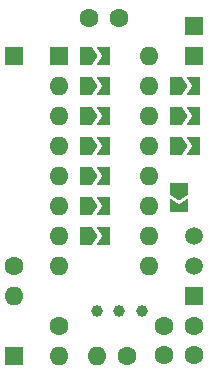
<source format=gbr>
%TF.GenerationSoftware,KiCad,Pcbnew,8.0.6*%
%TF.CreationDate,2024-11-20T20:55:38+11:00*%
%TF.ProjectId,clock-divider,636c6f63-6b2d-4646-9976-696465722e6b,1*%
%TF.SameCoordinates,Original*%
%TF.FileFunction,Soldermask,Bot*%
%TF.FilePolarity,Negative*%
%FSLAX46Y46*%
G04 Gerber Fmt 4.6, Leading zero omitted, Abs format (unit mm)*
G04 Created by KiCad (PCBNEW 8.0.6) date 2024-11-20 20:55:38*
%MOMM*%
%LPD*%
G01*
G04 APERTURE LIST*
G04 Aperture macros list*
%AMRoundRect*
0 Rectangle with rounded corners*
0 $1 Rounding radius*
0 $2 $3 $4 $5 $6 $7 $8 $9 X,Y pos of 4 corners*
0 Add a 4 corners polygon primitive as box body*
4,1,4,$2,$3,$4,$5,$6,$7,$8,$9,$2,$3,0*
0 Add four circle primitives for the rounded corners*
1,1,$1+$1,$2,$3*
1,1,$1+$1,$4,$5*
1,1,$1+$1,$6,$7*
1,1,$1+$1,$8,$9*
0 Add four rect primitives between the rounded corners*
20,1,$1+$1,$2,$3,$4,$5,0*
20,1,$1+$1,$4,$5,$6,$7,0*
20,1,$1+$1,$6,$7,$8,$9,0*
20,1,$1+$1,$8,$9,$2,$3,0*%
%AMFreePoly0*
4,1,6,1.000000,0.000000,0.500000,-0.750000,-0.500000,-0.750000,-0.500000,0.750000,0.500000,0.750000,1.000000,0.000000,1.000000,0.000000,$1*%
%AMFreePoly1*
4,1,6,0.500000,-0.750000,-0.650000,-0.750000,-0.150000,0.000000,-0.650000,0.750000,0.500000,0.750000,0.500000,-0.750000,0.500000,-0.750000,$1*%
G04 Aperture macros list end*
%ADD10R,1.600000X1.600000*%
%ADD11O,1.600000X1.600000*%
%ADD12RoundRect,0.250000X-0.550000X-0.550000X0.550000X-0.550000X0.550000X0.550000X-0.550000X0.550000X0*%
%ADD13C,1.600000*%
%ADD14R,1.500000X1.500000*%
%ADD15C,1.500000*%
%ADD16C,1.000000*%
%ADD17FreePoly0,0.000000*%
%ADD18FreePoly1,0.000000*%
%ADD19FreePoly0,270.000000*%
%ADD20FreePoly1,270.000000*%
G04 APERTURE END LIST*
D10*
%TO.C,U1*%
X67310000Y-76200000D03*
D11*
X67310000Y-78740000D03*
X67310000Y-81280000D03*
X67310000Y-83820000D03*
X67310000Y-86360000D03*
X67310000Y-88900000D03*
X67310000Y-91440000D03*
X67310000Y-93980000D03*
X74930000Y-93980000D03*
X74930000Y-91440000D03*
X74930000Y-88900000D03*
X74930000Y-86360000D03*
X74930000Y-83820000D03*
X74930000Y-81280000D03*
X74930000Y-78740000D03*
X74930000Y-76200000D03*
%TD*%
D12*
%TO.C,J2*%
X78740000Y-73660000D03*
%TD*%
%TO.C,J3*%
X63500000Y-76200000D03*
%TD*%
D13*
%TO.C,C3*%
X72350000Y-73025000D03*
X69850000Y-73025000D03*
%TD*%
%TO.C,R3*%
X63500000Y-93980000D03*
D11*
X63500000Y-96520000D03*
%TD*%
D14*
%TO.C,Q1*%
X78740000Y-96520000D03*
D15*
X78740000Y-93980000D03*
X78740000Y-91440000D03*
%TD*%
D12*
%TO.C,J1*%
X63500000Y-101600000D03*
%TD*%
D13*
%TO.C,R2*%
X73025000Y-101600000D03*
D11*
X70485000Y-101600000D03*
%TD*%
D13*
%TO.C,C1*%
X76200000Y-99060000D03*
X76200000Y-101560000D03*
%TD*%
D16*
%TO.C,Y1*%
X70485000Y-97790000D03*
X72385000Y-97790000D03*
X74295000Y-97790000D03*
%TD*%
D13*
%TO.C,R1*%
X67310000Y-99060000D03*
D11*
X67310000Y-101600000D03*
%TD*%
D12*
%TO.C,J4*%
X78740000Y-76200000D03*
%TD*%
D13*
%TO.C,C2*%
X78740000Y-99060000D03*
X78740000Y-101560000D03*
%TD*%
D17*
%TO.C,JP5*%
X77220000Y-81280000D03*
D18*
X78670000Y-81280000D03*
%TD*%
D19*
%TO.C,JP11*%
X77470000Y-87450000D03*
D20*
X77470000Y-88900000D03*
%TD*%
D17*
%TO.C,JP9*%
X69600000Y-78740000D03*
D18*
X71050000Y-78740000D03*
%TD*%
D17*
%TO.C,JP4*%
X69600000Y-88900000D03*
D18*
X71050000Y-88900000D03*
%TD*%
D17*
%TO.C,JP1*%
X69600000Y-91490000D03*
D18*
X71050000Y-91490000D03*
%TD*%
D17*
%TO.C,JP3*%
X69600000Y-83820000D03*
D18*
X71050000Y-83820000D03*
%TD*%
D17*
%TO.C,JP8*%
X69600000Y-76200000D03*
D18*
X71050000Y-76200000D03*
%TD*%
D17*
%TO.C,JP10*%
X69600000Y-81280000D03*
D18*
X71050000Y-81280000D03*
%TD*%
D17*
%TO.C,JP2*%
X69600000Y-86360000D03*
D18*
X71050000Y-86360000D03*
%TD*%
D17*
%TO.C,JP6*%
X77220000Y-83820000D03*
D18*
X78670000Y-83820000D03*
%TD*%
D17*
%TO.C,JP7*%
X77220000Y-78740000D03*
D18*
X78670000Y-78740000D03*
%TD*%
M02*

</source>
